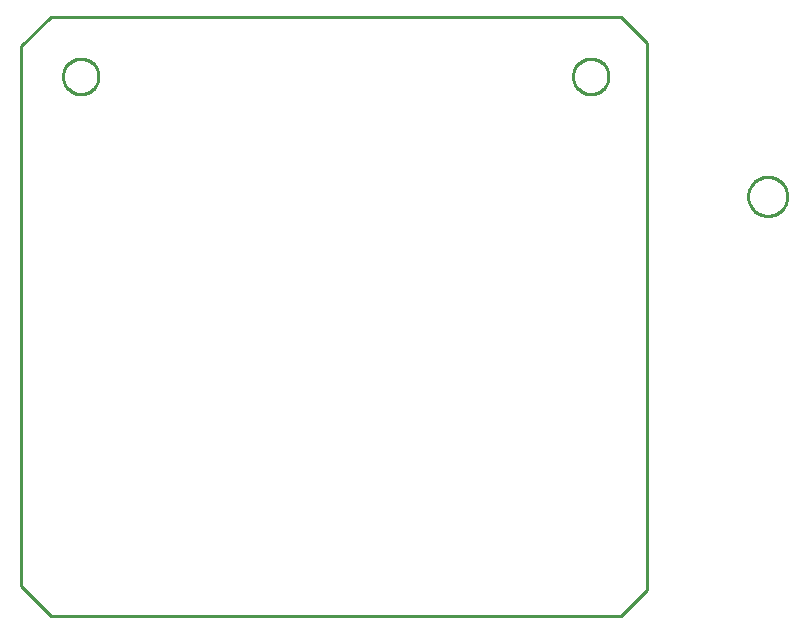
<source format=gko>
G04 EAGLE Gerber RS-274X export*
G75*
%MOMM*%
%FSLAX34Y34*%
%LPD*%
%IN*%
%IPPOS*%
%AMOC8*
5,1,8,0,0,1.08239X$1,22.5*%
G01*
%ADD10C,0.254000*%


D10*
X101600Y25400D02*
X127000Y0D01*
X609600Y0D01*
X631700Y22100D01*
X631700Y485900D01*
X609700Y507900D01*
X126900Y507900D01*
X101600Y482600D01*
X101600Y25400D01*
X733520Y339090D02*
X732441Y339161D01*
X731369Y339302D01*
X730309Y339513D01*
X729265Y339792D01*
X728241Y340140D01*
X727243Y340554D01*
X726273Y341032D01*
X725337Y341572D01*
X724438Y342173D01*
X723581Y342831D01*
X722768Y343544D01*
X722004Y344308D01*
X721291Y345121D01*
X720633Y345978D01*
X720032Y346877D01*
X719492Y347813D01*
X719014Y348783D01*
X718600Y349781D01*
X718252Y350805D01*
X717973Y351849D01*
X717762Y352909D01*
X717621Y353981D01*
X717550Y355060D01*
X717550Y356140D01*
X717621Y357219D01*
X717762Y358291D01*
X717973Y359351D01*
X718252Y360395D01*
X718600Y361419D01*
X719014Y362417D01*
X719492Y363387D01*
X720032Y364323D01*
X720633Y365222D01*
X721291Y366079D01*
X722004Y366892D01*
X722768Y367657D01*
X723581Y368369D01*
X724438Y369027D01*
X725337Y369628D01*
X726273Y370168D01*
X727243Y370646D01*
X728241Y371060D01*
X729265Y371408D01*
X730309Y371687D01*
X731369Y371898D01*
X732441Y372039D01*
X733520Y372110D01*
X734600Y372110D01*
X735679Y372039D01*
X736751Y371898D01*
X737811Y371687D01*
X738855Y371408D01*
X739879Y371060D01*
X740877Y370646D01*
X741847Y370168D01*
X742783Y369628D01*
X743682Y369027D01*
X744539Y368369D01*
X745352Y367657D01*
X746117Y366892D01*
X746829Y366079D01*
X747487Y365222D01*
X748088Y364323D01*
X748628Y363387D01*
X749106Y362417D01*
X749520Y361419D01*
X749868Y360395D01*
X750147Y359351D01*
X750358Y358291D01*
X750499Y357219D01*
X750570Y356140D01*
X750570Y355060D01*
X750499Y353981D01*
X750358Y352909D01*
X750147Y351849D01*
X749868Y350805D01*
X749520Y349781D01*
X749106Y348783D01*
X748628Y347813D01*
X748088Y346877D01*
X747487Y345978D01*
X746829Y345121D01*
X746117Y344308D01*
X745352Y343544D01*
X744539Y342831D01*
X743682Y342173D01*
X742783Y341572D01*
X741847Y341032D01*
X740877Y340554D01*
X739879Y340140D01*
X738855Y339792D01*
X737811Y339513D01*
X736751Y339302D01*
X735679Y339161D01*
X734600Y339090D01*
X733520Y339090D01*
X167400Y456664D02*
X167324Y455596D01*
X167171Y454535D01*
X166943Y453488D01*
X166641Y452460D01*
X166267Y451456D01*
X165822Y450481D01*
X165308Y449541D01*
X164729Y448640D01*
X164087Y447782D01*
X163385Y446972D01*
X162628Y446215D01*
X161818Y445513D01*
X160960Y444871D01*
X160059Y444292D01*
X159119Y443778D01*
X158144Y443333D01*
X157140Y442959D01*
X156112Y442657D01*
X155065Y442429D01*
X154004Y442276D01*
X152936Y442200D01*
X151864Y442200D01*
X150796Y442276D01*
X149735Y442429D01*
X148688Y442657D01*
X147660Y442959D01*
X146656Y443333D01*
X145681Y443778D01*
X144741Y444292D01*
X143840Y444871D01*
X142982Y445513D01*
X142172Y446215D01*
X141415Y446972D01*
X140713Y447782D01*
X140071Y448640D01*
X139492Y449541D01*
X138978Y450481D01*
X138533Y451456D01*
X138159Y452460D01*
X137857Y453488D01*
X137629Y454535D01*
X137476Y455596D01*
X137400Y456664D01*
X137400Y457736D01*
X137476Y458804D01*
X137629Y459865D01*
X137857Y460912D01*
X138159Y461940D01*
X138533Y462944D01*
X138978Y463919D01*
X139492Y464859D01*
X140071Y465760D01*
X140713Y466618D01*
X141415Y467428D01*
X142172Y468185D01*
X142982Y468887D01*
X143840Y469529D01*
X144741Y470108D01*
X145681Y470622D01*
X146656Y471067D01*
X147660Y471441D01*
X148688Y471743D01*
X149735Y471971D01*
X150796Y472124D01*
X151864Y472200D01*
X152936Y472200D01*
X154004Y472124D01*
X155065Y471971D01*
X156112Y471743D01*
X157140Y471441D01*
X158144Y471067D01*
X159119Y470622D01*
X160059Y470108D01*
X160960Y469529D01*
X161818Y468887D01*
X162628Y468185D01*
X163385Y467428D01*
X164087Y466618D01*
X164729Y465760D01*
X165308Y464859D01*
X165822Y463919D01*
X166267Y462944D01*
X166641Y461940D01*
X166943Y460912D01*
X167171Y459865D01*
X167324Y458804D01*
X167400Y457736D01*
X167400Y456664D01*
X599200Y456664D02*
X599124Y455596D01*
X598971Y454535D01*
X598743Y453488D01*
X598441Y452460D01*
X598067Y451456D01*
X597622Y450481D01*
X597108Y449541D01*
X596529Y448640D01*
X595887Y447782D01*
X595185Y446972D01*
X594428Y446215D01*
X593618Y445513D01*
X592760Y444871D01*
X591859Y444292D01*
X590919Y443778D01*
X589944Y443333D01*
X588940Y442959D01*
X587912Y442657D01*
X586865Y442429D01*
X585804Y442276D01*
X584736Y442200D01*
X583664Y442200D01*
X582596Y442276D01*
X581535Y442429D01*
X580488Y442657D01*
X579460Y442959D01*
X578456Y443333D01*
X577481Y443778D01*
X576541Y444292D01*
X575640Y444871D01*
X574782Y445513D01*
X573972Y446215D01*
X573215Y446972D01*
X572513Y447782D01*
X571871Y448640D01*
X571292Y449541D01*
X570778Y450481D01*
X570333Y451456D01*
X569959Y452460D01*
X569657Y453488D01*
X569429Y454535D01*
X569276Y455596D01*
X569200Y456664D01*
X569200Y457736D01*
X569276Y458804D01*
X569429Y459865D01*
X569657Y460912D01*
X569959Y461940D01*
X570333Y462944D01*
X570778Y463919D01*
X571292Y464859D01*
X571871Y465760D01*
X572513Y466618D01*
X573215Y467428D01*
X573972Y468185D01*
X574782Y468887D01*
X575640Y469529D01*
X576541Y470108D01*
X577481Y470622D01*
X578456Y471067D01*
X579460Y471441D01*
X580488Y471743D01*
X581535Y471971D01*
X582596Y472124D01*
X583664Y472200D01*
X584736Y472200D01*
X585804Y472124D01*
X586865Y471971D01*
X587912Y471743D01*
X588940Y471441D01*
X589944Y471067D01*
X590919Y470622D01*
X591859Y470108D01*
X592760Y469529D01*
X593618Y468887D01*
X594428Y468185D01*
X595185Y467428D01*
X595887Y466618D01*
X596529Y465760D01*
X597108Y464859D01*
X597622Y463919D01*
X598067Y462944D01*
X598441Y461940D01*
X598743Y460912D01*
X598971Y459865D01*
X599124Y458804D01*
X599200Y457736D01*
X599200Y456664D01*
M02*

</source>
